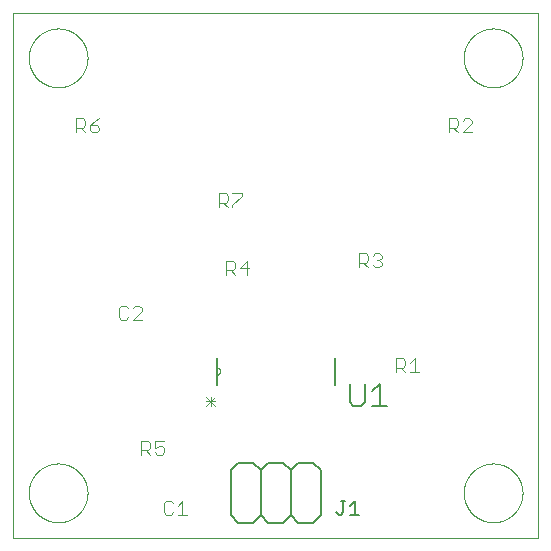
<source format=gto>
G75*
%MOIN*%
%OFA0B0*%
%FSLAX25Y25*%
%IPPOS*%
%LPD*%
%AMOC8*
5,1,8,0,0,1.08239X$1,22.5*
%
%ADD10C,0.00000*%
%ADD11C,0.00400*%
%ADD12C,0.00600*%
%ADD13C,0.00500*%
%ADD14C,0.00300*%
%ADD15C,0.00800*%
D10*
X0001800Y0023933D02*
X0001800Y0198933D01*
X0176800Y0198933D01*
X0176800Y0023933D01*
X0001800Y0023933D01*
X0007000Y0038933D02*
X0007003Y0039174D01*
X0007012Y0039414D01*
X0007027Y0039654D01*
X0007047Y0039894D01*
X0007074Y0040133D01*
X0007106Y0040371D01*
X0007144Y0040608D01*
X0007188Y0040845D01*
X0007238Y0041080D01*
X0007294Y0041314D01*
X0007355Y0041547D01*
X0007422Y0041778D01*
X0007495Y0042007D01*
X0007573Y0042235D01*
X0007657Y0042460D01*
X0007746Y0042683D01*
X0007841Y0042904D01*
X0007941Y0043123D01*
X0008046Y0043339D01*
X0008157Y0043553D01*
X0008273Y0043763D01*
X0008394Y0043971D01*
X0008520Y0044176D01*
X0008652Y0044378D01*
X0008788Y0044576D01*
X0008929Y0044771D01*
X0009074Y0044962D01*
X0009224Y0045150D01*
X0009379Y0045334D01*
X0009539Y0045514D01*
X0009702Y0045690D01*
X0009870Y0045863D01*
X0010043Y0046031D01*
X0010219Y0046194D01*
X0010399Y0046354D01*
X0010583Y0046509D01*
X0010771Y0046659D01*
X0010962Y0046804D01*
X0011157Y0046945D01*
X0011355Y0047081D01*
X0011557Y0047213D01*
X0011762Y0047339D01*
X0011970Y0047460D01*
X0012180Y0047576D01*
X0012394Y0047687D01*
X0012610Y0047792D01*
X0012829Y0047892D01*
X0013050Y0047987D01*
X0013273Y0048076D01*
X0013498Y0048160D01*
X0013726Y0048238D01*
X0013955Y0048311D01*
X0014186Y0048378D01*
X0014419Y0048439D01*
X0014653Y0048495D01*
X0014888Y0048545D01*
X0015125Y0048589D01*
X0015362Y0048627D01*
X0015600Y0048659D01*
X0015839Y0048686D01*
X0016079Y0048706D01*
X0016319Y0048721D01*
X0016559Y0048730D01*
X0016800Y0048733D01*
X0017041Y0048730D01*
X0017281Y0048721D01*
X0017521Y0048706D01*
X0017761Y0048686D01*
X0018000Y0048659D01*
X0018238Y0048627D01*
X0018475Y0048589D01*
X0018712Y0048545D01*
X0018947Y0048495D01*
X0019181Y0048439D01*
X0019414Y0048378D01*
X0019645Y0048311D01*
X0019874Y0048238D01*
X0020102Y0048160D01*
X0020327Y0048076D01*
X0020550Y0047987D01*
X0020771Y0047892D01*
X0020990Y0047792D01*
X0021206Y0047687D01*
X0021420Y0047576D01*
X0021630Y0047460D01*
X0021838Y0047339D01*
X0022043Y0047213D01*
X0022245Y0047081D01*
X0022443Y0046945D01*
X0022638Y0046804D01*
X0022829Y0046659D01*
X0023017Y0046509D01*
X0023201Y0046354D01*
X0023381Y0046194D01*
X0023557Y0046031D01*
X0023730Y0045863D01*
X0023898Y0045690D01*
X0024061Y0045514D01*
X0024221Y0045334D01*
X0024376Y0045150D01*
X0024526Y0044962D01*
X0024671Y0044771D01*
X0024812Y0044576D01*
X0024948Y0044378D01*
X0025080Y0044176D01*
X0025206Y0043971D01*
X0025327Y0043763D01*
X0025443Y0043553D01*
X0025554Y0043339D01*
X0025659Y0043123D01*
X0025759Y0042904D01*
X0025854Y0042683D01*
X0025943Y0042460D01*
X0026027Y0042235D01*
X0026105Y0042007D01*
X0026178Y0041778D01*
X0026245Y0041547D01*
X0026306Y0041314D01*
X0026362Y0041080D01*
X0026412Y0040845D01*
X0026456Y0040608D01*
X0026494Y0040371D01*
X0026526Y0040133D01*
X0026553Y0039894D01*
X0026573Y0039654D01*
X0026588Y0039414D01*
X0026597Y0039174D01*
X0026600Y0038933D01*
X0026597Y0038692D01*
X0026588Y0038452D01*
X0026573Y0038212D01*
X0026553Y0037972D01*
X0026526Y0037733D01*
X0026494Y0037495D01*
X0026456Y0037258D01*
X0026412Y0037021D01*
X0026362Y0036786D01*
X0026306Y0036552D01*
X0026245Y0036319D01*
X0026178Y0036088D01*
X0026105Y0035859D01*
X0026027Y0035631D01*
X0025943Y0035406D01*
X0025854Y0035183D01*
X0025759Y0034962D01*
X0025659Y0034743D01*
X0025554Y0034527D01*
X0025443Y0034313D01*
X0025327Y0034103D01*
X0025206Y0033895D01*
X0025080Y0033690D01*
X0024948Y0033488D01*
X0024812Y0033290D01*
X0024671Y0033095D01*
X0024526Y0032904D01*
X0024376Y0032716D01*
X0024221Y0032532D01*
X0024061Y0032352D01*
X0023898Y0032176D01*
X0023730Y0032003D01*
X0023557Y0031835D01*
X0023381Y0031672D01*
X0023201Y0031512D01*
X0023017Y0031357D01*
X0022829Y0031207D01*
X0022638Y0031062D01*
X0022443Y0030921D01*
X0022245Y0030785D01*
X0022043Y0030653D01*
X0021838Y0030527D01*
X0021630Y0030406D01*
X0021420Y0030290D01*
X0021206Y0030179D01*
X0020990Y0030074D01*
X0020771Y0029974D01*
X0020550Y0029879D01*
X0020327Y0029790D01*
X0020102Y0029706D01*
X0019874Y0029628D01*
X0019645Y0029555D01*
X0019414Y0029488D01*
X0019181Y0029427D01*
X0018947Y0029371D01*
X0018712Y0029321D01*
X0018475Y0029277D01*
X0018238Y0029239D01*
X0018000Y0029207D01*
X0017761Y0029180D01*
X0017521Y0029160D01*
X0017281Y0029145D01*
X0017041Y0029136D01*
X0016800Y0029133D01*
X0016559Y0029136D01*
X0016319Y0029145D01*
X0016079Y0029160D01*
X0015839Y0029180D01*
X0015600Y0029207D01*
X0015362Y0029239D01*
X0015125Y0029277D01*
X0014888Y0029321D01*
X0014653Y0029371D01*
X0014419Y0029427D01*
X0014186Y0029488D01*
X0013955Y0029555D01*
X0013726Y0029628D01*
X0013498Y0029706D01*
X0013273Y0029790D01*
X0013050Y0029879D01*
X0012829Y0029974D01*
X0012610Y0030074D01*
X0012394Y0030179D01*
X0012180Y0030290D01*
X0011970Y0030406D01*
X0011762Y0030527D01*
X0011557Y0030653D01*
X0011355Y0030785D01*
X0011157Y0030921D01*
X0010962Y0031062D01*
X0010771Y0031207D01*
X0010583Y0031357D01*
X0010399Y0031512D01*
X0010219Y0031672D01*
X0010043Y0031835D01*
X0009870Y0032003D01*
X0009702Y0032176D01*
X0009539Y0032352D01*
X0009379Y0032532D01*
X0009224Y0032716D01*
X0009074Y0032904D01*
X0008929Y0033095D01*
X0008788Y0033290D01*
X0008652Y0033488D01*
X0008520Y0033690D01*
X0008394Y0033895D01*
X0008273Y0034103D01*
X0008157Y0034313D01*
X0008046Y0034527D01*
X0007941Y0034743D01*
X0007841Y0034962D01*
X0007746Y0035183D01*
X0007657Y0035406D01*
X0007573Y0035631D01*
X0007495Y0035859D01*
X0007422Y0036088D01*
X0007355Y0036319D01*
X0007294Y0036552D01*
X0007238Y0036786D01*
X0007188Y0037021D01*
X0007144Y0037258D01*
X0007106Y0037495D01*
X0007074Y0037733D01*
X0007047Y0037972D01*
X0007027Y0038212D01*
X0007012Y0038452D01*
X0007003Y0038692D01*
X0007000Y0038933D01*
X0069600Y0078333D02*
X0069669Y0078335D01*
X0069737Y0078341D01*
X0069805Y0078351D01*
X0069872Y0078364D01*
X0069938Y0078382D01*
X0070003Y0078403D01*
X0070067Y0078428D01*
X0070129Y0078456D01*
X0070190Y0078488D01*
X0070249Y0078523D01*
X0070305Y0078562D01*
X0070360Y0078604D01*
X0070411Y0078649D01*
X0070461Y0078697D01*
X0070507Y0078747D01*
X0070550Y0078800D01*
X0070591Y0078856D01*
X0070628Y0078913D01*
X0070661Y0078973D01*
X0070692Y0079035D01*
X0070718Y0079098D01*
X0070741Y0079162D01*
X0070761Y0079228D01*
X0070776Y0079295D01*
X0070788Y0079362D01*
X0070796Y0079430D01*
X0070800Y0079499D01*
X0070800Y0079567D01*
X0070796Y0079636D01*
X0070788Y0079704D01*
X0070776Y0079771D01*
X0070761Y0079838D01*
X0070741Y0079904D01*
X0070718Y0079968D01*
X0070692Y0080031D01*
X0070661Y0080093D01*
X0070628Y0080153D01*
X0070591Y0080210D01*
X0070550Y0080266D01*
X0070507Y0080319D01*
X0070461Y0080369D01*
X0070411Y0080417D01*
X0070360Y0080462D01*
X0070305Y0080504D01*
X0070249Y0080543D01*
X0070190Y0080578D01*
X0070129Y0080610D01*
X0070067Y0080638D01*
X0070003Y0080663D01*
X0069938Y0080684D01*
X0069872Y0080702D01*
X0069805Y0080715D01*
X0069737Y0080725D01*
X0069669Y0080731D01*
X0069600Y0080733D01*
X0152000Y0038933D02*
X0152003Y0039174D01*
X0152012Y0039414D01*
X0152027Y0039654D01*
X0152047Y0039894D01*
X0152074Y0040133D01*
X0152106Y0040371D01*
X0152144Y0040608D01*
X0152188Y0040845D01*
X0152238Y0041080D01*
X0152294Y0041314D01*
X0152355Y0041547D01*
X0152422Y0041778D01*
X0152495Y0042007D01*
X0152573Y0042235D01*
X0152657Y0042460D01*
X0152746Y0042683D01*
X0152841Y0042904D01*
X0152941Y0043123D01*
X0153046Y0043339D01*
X0153157Y0043553D01*
X0153273Y0043763D01*
X0153394Y0043971D01*
X0153520Y0044176D01*
X0153652Y0044378D01*
X0153788Y0044576D01*
X0153929Y0044771D01*
X0154074Y0044962D01*
X0154224Y0045150D01*
X0154379Y0045334D01*
X0154539Y0045514D01*
X0154702Y0045690D01*
X0154870Y0045863D01*
X0155043Y0046031D01*
X0155219Y0046194D01*
X0155399Y0046354D01*
X0155583Y0046509D01*
X0155771Y0046659D01*
X0155962Y0046804D01*
X0156157Y0046945D01*
X0156355Y0047081D01*
X0156557Y0047213D01*
X0156762Y0047339D01*
X0156970Y0047460D01*
X0157180Y0047576D01*
X0157394Y0047687D01*
X0157610Y0047792D01*
X0157829Y0047892D01*
X0158050Y0047987D01*
X0158273Y0048076D01*
X0158498Y0048160D01*
X0158726Y0048238D01*
X0158955Y0048311D01*
X0159186Y0048378D01*
X0159419Y0048439D01*
X0159653Y0048495D01*
X0159888Y0048545D01*
X0160125Y0048589D01*
X0160362Y0048627D01*
X0160600Y0048659D01*
X0160839Y0048686D01*
X0161079Y0048706D01*
X0161319Y0048721D01*
X0161559Y0048730D01*
X0161800Y0048733D01*
X0162041Y0048730D01*
X0162281Y0048721D01*
X0162521Y0048706D01*
X0162761Y0048686D01*
X0163000Y0048659D01*
X0163238Y0048627D01*
X0163475Y0048589D01*
X0163712Y0048545D01*
X0163947Y0048495D01*
X0164181Y0048439D01*
X0164414Y0048378D01*
X0164645Y0048311D01*
X0164874Y0048238D01*
X0165102Y0048160D01*
X0165327Y0048076D01*
X0165550Y0047987D01*
X0165771Y0047892D01*
X0165990Y0047792D01*
X0166206Y0047687D01*
X0166420Y0047576D01*
X0166630Y0047460D01*
X0166838Y0047339D01*
X0167043Y0047213D01*
X0167245Y0047081D01*
X0167443Y0046945D01*
X0167638Y0046804D01*
X0167829Y0046659D01*
X0168017Y0046509D01*
X0168201Y0046354D01*
X0168381Y0046194D01*
X0168557Y0046031D01*
X0168730Y0045863D01*
X0168898Y0045690D01*
X0169061Y0045514D01*
X0169221Y0045334D01*
X0169376Y0045150D01*
X0169526Y0044962D01*
X0169671Y0044771D01*
X0169812Y0044576D01*
X0169948Y0044378D01*
X0170080Y0044176D01*
X0170206Y0043971D01*
X0170327Y0043763D01*
X0170443Y0043553D01*
X0170554Y0043339D01*
X0170659Y0043123D01*
X0170759Y0042904D01*
X0170854Y0042683D01*
X0170943Y0042460D01*
X0171027Y0042235D01*
X0171105Y0042007D01*
X0171178Y0041778D01*
X0171245Y0041547D01*
X0171306Y0041314D01*
X0171362Y0041080D01*
X0171412Y0040845D01*
X0171456Y0040608D01*
X0171494Y0040371D01*
X0171526Y0040133D01*
X0171553Y0039894D01*
X0171573Y0039654D01*
X0171588Y0039414D01*
X0171597Y0039174D01*
X0171600Y0038933D01*
X0171597Y0038692D01*
X0171588Y0038452D01*
X0171573Y0038212D01*
X0171553Y0037972D01*
X0171526Y0037733D01*
X0171494Y0037495D01*
X0171456Y0037258D01*
X0171412Y0037021D01*
X0171362Y0036786D01*
X0171306Y0036552D01*
X0171245Y0036319D01*
X0171178Y0036088D01*
X0171105Y0035859D01*
X0171027Y0035631D01*
X0170943Y0035406D01*
X0170854Y0035183D01*
X0170759Y0034962D01*
X0170659Y0034743D01*
X0170554Y0034527D01*
X0170443Y0034313D01*
X0170327Y0034103D01*
X0170206Y0033895D01*
X0170080Y0033690D01*
X0169948Y0033488D01*
X0169812Y0033290D01*
X0169671Y0033095D01*
X0169526Y0032904D01*
X0169376Y0032716D01*
X0169221Y0032532D01*
X0169061Y0032352D01*
X0168898Y0032176D01*
X0168730Y0032003D01*
X0168557Y0031835D01*
X0168381Y0031672D01*
X0168201Y0031512D01*
X0168017Y0031357D01*
X0167829Y0031207D01*
X0167638Y0031062D01*
X0167443Y0030921D01*
X0167245Y0030785D01*
X0167043Y0030653D01*
X0166838Y0030527D01*
X0166630Y0030406D01*
X0166420Y0030290D01*
X0166206Y0030179D01*
X0165990Y0030074D01*
X0165771Y0029974D01*
X0165550Y0029879D01*
X0165327Y0029790D01*
X0165102Y0029706D01*
X0164874Y0029628D01*
X0164645Y0029555D01*
X0164414Y0029488D01*
X0164181Y0029427D01*
X0163947Y0029371D01*
X0163712Y0029321D01*
X0163475Y0029277D01*
X0163238Y0029239D01*
X0163000Y0029207D01*
X0162761Y0029180D01*
X0162521Y0029160D01*
X0162281Y0029145D01*
X0162041Y0029136D01*
X0161800Y0029133D01*
X0161559Y0029136D01*
X0161319Y0029145D01*
X0161079Y0029160D01*
X0160839Y0029180D01*
X0160600Y0029207D01*
X0160362Y0029239D01*
X0160125Y0029277D01*
X0159888Y0029321D01*
X0159653Y0029371D01*
X0159419Y0029427D01*
X0159186Y0029488D01*
X0158955Y0029555D01*
X0158726Y0029628D01*
X0158498Y0029706D01*
X0158273Y0029790D01*
X0158050Y0029879D01*
X0157829Y0029974D01*
X0157610Y0030074D01*
X0157394Y0030179D01*
X0157180Y0030290D01*
X0156970Y0030406D01*
X0156762Y0030527D01*
X0156557Y0030653D01*
X0156355Y0030785D01*
X0156157Y0030921D01*
X0155962Y0031062D01*
X0155771Y0031207D01*
X0155583Y0031357D01*
X0155399Y0031512D01*
X0155219Y0031672D01*
X0155043Y0031835D01*
X0154870Y0032003D01*
X0154702Y0032176D01*
X0154539Y0032352D01*
X0154379Y0032532D01*
X0154224Y0032716D01*
X0154074Y0032904D01*
X0153929Y0033095D01*
X0153788Y0033290D01*
X0153652Y0033488D01*
X0153520Y0033690D01*
X0153394Y0033895D01*
X0153273Y0034103D01*
X0153157Y0034313D01*
X0153046Y0034527D01*
X0152941Y0034743D01*
X0152841Y0034962D01*
X0152746Y0035183D01*
X0152657Y0035406D01*
X0152573Y0035631D01*
X0152495Y0035859D01*
X0152422Y0036088D01*
X0152355Y0036319D01*
X0152294Y0036552D01*
X0152238Y0036786D01*
X0152188Y0037021D01*
X0152144Y0037258D01*
X0152106Y0037495D01*
X0152074Y0037733D01*
X0152047Y0037972D01*
X0152027Y0038212D01*
X0152012Y0038452D01*
X0152003Y0038692D01*
X0152000Y0038933D01*
X0152000Y0183933D02*
X0152003Y0184174D01*
X0152012Y0184414D01*
X0152027Y0184654D01*
X0152047Y0184894D01*
X0152074Y0185133D01*
X0152106Y0185371D01*
X0152144Y0185608D01*
X0152188Y0185845D01*
X0152238Y0186080D01*
X0152294Y0186314D01*
X0152355Y0186547D01*
X0152422Y0186778D01*
X0152495Y0187007D01*
X0152573Y0187235D01*
X0152657Y0187460D01*
X0152746Y0187683D01*
X0152841Y0187904D01*
X0152941Y0188123D01*
X0153046Y0188339D01*
X0153157Y0188553D01*
X0153273Y0188763D01*
X0153394Y0188971D01*
X0153520Y0189176D01*
X0153652Y0189378D01*
X0153788Y0189576D01*
X0153929Y0189771D01*
X0154074Y0189962D01*
X0154224Y0190150D01*
X0154379Y0190334D01*
X0154539Y0190514D01*
X0154702Y0190690D01*
X0154870Y0190863D01*
X0155043Y0191031D01*
X0155219Y0191194D01*
X0155399Y0191354D01*
X0155583Y0191509D01*
X0155771Y0191659D01*
X0155962Y0191804D01*
X0156157Y0191945D01*
X0156355Y0192081D01*
X0156557Y0192213D01*
X0156762Y0192339D01*
X0156970Y0192460D01*
X0157180Y0192576D01*
X0157394Y0192687D01*
X0157610Y0192792D01*
X0157829Y0192892D01*
X0158050Y0192987D01*
X0158273Y0193076D01*
X0158498Y0193160D01*
X0158726Y0193238D01*
X0158955Y0193311D01*
X0159186Y0193378D01*
X0159419Y0193439D01*
X0159653Y0193495D01*
X0159888Y0193545D01*
X0160125Y0193589D01*
X0160362Y0193627D01*
X0160600Y0193659D01*
X0160839Y0193686D01*
X0161079Y0193706D01*
X0161319Y0193721D01*
X0161559Y0193730D01*
X0161800Y0193733D01*
X0162041Y0193730D01*
X0162281Y0193721D01*
X0162521Y0193706D01*
X0162761Y0193686D01*
X0163000Y0193659D01*
X0163238Y0193627D01*
X0163475Y0193589D01*
X0163712Y0193545D01*
X0163947Y0193495D01*
X0164181Y0193439D01*
X0164414Y0193378D01*
X0164645Y0193311D01*
X0164874Y0193238D01*
X0165102Y0193160D01*
X0165327Y0193076D01*
X0165550Y0192987D01*
X0165771Y0192892D01*
X0165990Y0192792D01*
X0166206Y0192687D01*
X0166420Y0192576D01*
X0166630Y0192460D01*
X0166838Y0192339D01*
X0167043Y0192213D01*
X0167245Y0192081D01*
X0167443Y0191945D01*
X0167638Y0191804D01*
X0167829Y0191659D01*
X0168017Y0191509D01*
X0168201Y0191354D01*
X0168381Y0191194D01*
X0168557Y0191031D01*
X0168730Y0190863D01*
X0168898Y0190690D01*
X0169061Y0190514D01*
X0169221Y0190334D01*
X0169376Y0190150D01*
X0169526Y0189962D01*
X0169671Y0189771D01*
X0169812Y0189576D01*
X0169948Y0189378D01*
X0170080Y0189176D01*
X0170206Y0188971D01*
X0170327Y0188763D01*
X0170443Y0188553D01*
X0170554Y0188339D01*
X0170659Y0188123D01*
X0170759Y0187904D01*
X0170854Y0187683D01*
X0170943Y0187460D01*
X0171027Y0187235D01*
X0171105Y0187007D01*
X0171178Y0186778D01*
X0171245Y0186547D01*
X0171306Y0186314D01*
X0171362Y0186080D01*
X0171412Y0185845D01*
X0171456Y0185608D01*
X0171494Y0185371D01*
X0171526Y0185133D01*
X0171553Y0184894D01*
X0171573Y0184654D01*
X0171588Y0184414D01*
X0171597Y0184174D01*
X0171600Y0183933D01*
X0171597Y0183692D01*
X0171588Y0183452D01*
X0171573Y0183212D01*
X0171553Y0182972D01*
X0171526Y0182733D01*
X0171494Y0182495D01*
X0171456Y0182258D01*
X0171412Y0182021D01*
X0171362Y0181786D01*
X0171306Y0181552D01*
X0171245Y0181319D01*
X0171178Y0181088D01*
X0171105Y0180859D01*
X0171027Y0180631D01*
X0170943Y0180406D01*
X0170854Y0180183D01*
X0170759Y0179962D01*
X0170659Y0179743D01*
X0170554Y0179527D01*
X0170443Y0179313D01*
X0170327Y0179103D01*
X0170206Y0178895D01*
X0170080Y0178690D01*
X0169948Y0178488D01*
X0169812Y0178290D01*
X0169671Y0178095D01*
X0169526Y0177904D01*
X0169376Y0177716D01*
X0169221Y0177532D01*
X0169061Y0177352D01*
X0168898Y0177176D01*
X0168730Y0177003D01*
X0168557Y0176835D01*
X0168381Y0176672D01*
X0168201Y0176512D01*
X0168017Y0176357D01*
X0167829Y0176207D01*
X0167638Y0176062D01*
X0167443Y0175921D01*
X0167245Y0175785D01*
X0167043Y0175653D01*
X0166838Y0175527D01*
X0166630Y0175406D01*
X0166420Y0175290D01*
X0166206Y0175179D01*
X0165990Y0175074D01*
X0165771Y0174974D01*
X0165550Y0174879D01*
X0165327Y0174790D01*
X0165102Y0174706D01*
X0164874Y0174628D01*
X0164645Y0174555D01*
X0164414Y0174488D01*
X0164181Y0174427D01*
X0163947Y0174371D01*
X0163712Y0174321D01*
X0163475Y0174277D01*
X0163238Y0174239D01*
X0163000Y0174207D01*
X0162761Y0174180D01*
X0162521Y0174160D01*
X0162281Y0174145D01*
X0162041Y0174136D01*
X0161800Y0174133D01*
X0161559Y0174136D01*
X0161319Y0174145D01*
X0161079Y0174160D01*
X0160839Y0174180D01*
X0160600Y0174207D01*
X0160362Y0174239D01*
X0160125Y0174277D01*
X0159888Y0174321D01*
X0159653Y0174371D01*
X0159419Y0174427D01*
X0159186Y0174488D01*
X0158955Y0174555D01*
X0158726Y0174628D01*
X0158498Y0174706D01*
X0158273Y0174790D01*
X0158050Y0174879D01*
X0157829Y0174974D01*
X0157610Y0175074D01*
X0157394Y0175179D01*
X0157180Y0175290D01*
X0156970Y0175406D01*
X0156762Y0175527D01*
X0156557Y0175653D01*
X0156355Y0175785D01*
X0156157Y0175921D01*
X0155962Y0176062D01*
X0155771Y0176207D01*
X0155583Y0176357D01*
X0155399Y0176512D01*
X0155219Y0176672D01*
X0155043Y0176835D01*
X0154870Y0177003D01*
X0154702Y0177176D01*
X0154539Y0177352D01*
X0154379Y0177532D01*
X0154224Y0177716D01*
X0154074Y0177904D01*
X0153929Y0178095D01*
X0153788Y0178290D01*
X0153652Y0178488D01*
X0153520Y0178690D01*
X0153394Y0178895D01*
X0153273Y0179103D01*
X0153157Y0179313D01*
X0153046Y0179527D01*
X0152941Y0179743D01*
X0152841Y0179962D01*
X0152746Y0180183D01*
X0152657Y0180406D01*
X0152573Y0180631D01*
X0152495Y0180859D01*
X0152422Y0181088D01*
X0152355Y0181319D01*
X0152294Y0181552D01*
X0152238Y0181786D01*
X0152188Y0182021D01*
X0152144Y0182258D01*
X0152106Y0182495D01*
X0152074Y0182733D01*
X0152047Y0182972D01*
X0152027Y0183212D01*
X0152012Y0183452D01*
X0152003Y0183692D01*
X0152000Y0183933D01*
X0007000Y0183933D02*
X0007003Y0184174D01*
X0007012Y0184414D01*
X0007027Y0184654D01*
X0007047Y0184894D01*
X0007074Y0185133D01*
X0007106Y0185371D01*
X0007144Y0185608D01*
X0007188Y0185845D01*
X0007238Y0186080D01*
X0007294Y0186314D01*
X0007355Y0186547D01*
X0007422Y0186778D01*
X0007495Y0187007D01*
X0007573Y0187235D01*
X0007657Y0187460D01*
X0007746Y0187683D01*
X0007841Y0187904D01*
X0007941Y0188123D01*
X0008046Y0188339D01*
X0008157Y0188553D01*
X0008273Y0188763D01*
X0008394Y0188971D01*
X0008520Y0189176D01*
X0008652Y0189378D01*
X0008788Y0189576D01*
X0008929Y0189771D01*
X0009074Y0189962D01*
X0009224Y0190150D01*
X0009379Y0190334D01*
X0009539Y0190514D01*
X0009702Y0190690D01*
X0009870Y0190863D01*
X0010043Y0191031D01*
X0010219Y0191194D01*
X0010399Y0191354D01*
X0010583Y0191509D01*
X0010771Y0191659D01*
X0010962Y0191804D01*
X0011157Y0191945D01*
X0011355Y0192081D01*
X0011557Y0192213D01*
X0011762Y0192339D01*
X0011970Y0192460D01*
X0012180Y0192576D01*
X0012394Y0192687D01*
X0012610Y0192792D01*
X0012829Y0192892D01*
X0013050Y0192987D01*
X0013273Y0193076D01*
X0013498Y0193160D01*
X0013726Y0193238D01*
X0013955Y0193311D01*
X0014186Y0193378D01*
X0014419Y0193439D01*
X0014653Y0193495D01*
X0014888Y0193545D01*
X0015125Y0193589D01*
X0015362Y0193627D01*
X0015600Y0193659D01*
X0015839Y0193686D01*
X0016079Y0193706D01*
X0016319Y0193721D01*
X0016559Y0193730D01*
X0016800Y0193733D01*
X0017041Y0193730D01*
X0017281Y0193721D01*
X0017521Y0193706D01*
X0017761Y0193686D01*
X0018000Y0193659D01*
X0018238Y0193627D01*
X0018475Y0193589D01*
X0018712Y0193545D01*
X0018947Y0193495D01*
X0019181Y0193439D01*
X0019414Y0193378D01*
X0019645Y0193311D01*
X0019874Y0193238D01*
X0020102Y0193160D01*
X0020327Y0193076D01*
X0020550Y0192987D01*
X0020771Y0192892D01*
X0020990Y0192792D01*
X0021206Y0192687D01*
X0021420Y0192576D01*
X0021630Y0192460D01*
X0021838Y0192339D01*
X0022043Y0192213D01*
X0022245Y0192081D01*
X0022443Y0191945D01*
X0022638Y0191804D01*
X0022829Y0191659D01*
X0023017Y0191509D01*
X0023201Y0191354D01*
X0023381Y0191194D01*
X0023557Y0191031D01*
X0023730Y0190863D01*
X0023898Y0190690D01*
X0024061Y0190514D01*
X0024221Y0190334D01*
X0024376Y0190150D01*
X0024526Y0189962D01*
X0024671Y0189771D01*
X0024812Y0189576D01*
X0024948Y0189378D01*
X0025080Y0189176D01*
X0025206Y0188971D01*
X0025327Y0188763D01*
X0025443Y0188553D01*
X0025554Y0188339D01*
X0025659Y0188123D01*
X0025759Y0187904D01*
X0025854Y0187683D01*
X0025943Y0187460D01*
X0026027Y0187235D01*
X0026105Y0187007D01*
X0026178Y0186778D01*
X0026245Y0186547D01*
X0026306Y0186314D01*
X0026362Y0186080D01*
X0026412Y0185845D01*
X0026456Y0185608D01*
X0026494Y0185371D01*
X0026526Y0185133D01*
X0026553Y0184894D01*
X0026573Y0184654D01*
X0026588Y0184414D01*
X0026597Y0184174D01*
X0026600Y0183933D01*
X0026597Y0183692D01*
X0026588Y0183452D01*
X0026573Y0183212D01*
X0026553Y0182972D01*
X0026526Y0182733D01*
X0026494Y0182495D01*
X0026456Y0182258D01*
X0026412Y0182021D01*
X0026362Y0181786D01*
X0026306Y0181552D01*
X0026245Y0181319D01*
X0026178Y0181088D01*
X0026105Y0180859D01*
X0026027Y0180631D01*
X0025943Y0180406D01*
X0025854Y0180183D01*
X0025759Y0179962D01*
X0025659Y0179743D01*
X0025554Y0179527D01*
X0025443Y0179313D01*
X0025327Y0179103D01*
X0025206Y0178895D01*
X0025080Y0178690D01*
X0024948Y0178488D01*
X0024812Y0178290D01*
X0024671Y0178095D01*
X0024526Y0177904D01*
X0024376Y0177716D01*
X0024221Y0177532D01*
X0024061Y0177352D01*
X0023898Y0177176D01*
X0023730Y0177003D01*
X0023557Y0176835D01*
X0023381Y0176672D01*
X0023201Y0176512D01*
X0023017Y0176357D01*
X0022829Y0176207D01*
X0022638Y0176062D01*
X0022443Y0175921D01*
X0022245Y0175785D01*
X0022043Y0175653D01*
X0021838Y0175527D01*
X0021630Y0175406D01*
X0021420Y0175290D01*
X0021206Y0175179D01*
X0020990Y0175074D01*
X0020771Y0174974D01*
X0020550Y0174879D01*
X0020327Y0174790D01*
X0020102Y0174706D01*
X0019874Y0174628D01*
X0019645Y0174555D01*
X0019414Y0174488D01*
X0019181Y0174427D01*
X0018947Y0174371D01*
X0018712Y0174321D01*
X0018475Y0174277D01*
X0018238Y0174239D01*
X0018000Y0174207D01*
X0017761Y0174180D01*
X0017521Y0174160D01*
X0017281Y0174145D01*
X0017041Y0174136D01*
X0016800Y0174133D01*
X0016559Y0174136D01*
X0016319Y0174145D01*
X0016079Y0174160D01*
X0015839Y0174180D01*
X0015600Y0174207D01*
X0015362Y0174239D01*
X0015125Y0174277D01*
X0014888Y0174321D01*
X0014653Y0174371D01*
X0014419Y0174427D01*
X0014186Y0174488D01*
X0013955Y0174555D01*
X0013726Y0174628D01*
X0013498Y0174706D01*
X0013273Y0174790D01*
X0013050Y0174879D01*
X0012829Y0174974D01*
X0012610Y0175074D01*
X0012394Y0175179D01*
X0012180Y0175290D01*
X0011970Y0175406D01*
X0011762Y0175527D01*
X0011557Y0175653D01*
X0011355Y0175785D01*
X0011157Y0175921D01*
X0010962Y0176062D01*
X0010771Y0176207D01*
X0010583Y0176357D01*
X0010399Y0176512D01*
X0010219Y0176672D01*
X0010043Y0176835D01*
X0009870Y0177003D01*
X0009702Y0177176D01*
X0009539Y0177352D01*
X0009379Y0177532D01*
X0009224Y0177716D01*
X0009074Y0177904D01*
X0008929Y0178095D01*
X0008788Y0178290D01*
X0008652Y0178488D01*
X0008520Y0178690D01*
X0008394Y0178895D01*
X0008273Y0179103D01*
X0008157Y0179313D01*
X0008046Y0179527D01*
X0007941Y0179743D01*
X0007841Y0179962D01*
X0007746Y0180183D01*
X0007657Y0180406D01*
X0007573Y0180631D01*
X0007495Y0180859D01*
X0007422Y0181088D01*
X0007355Y0181319D01*
X0007294Y0181552D01*
X0007238Y0181786D01*
X0007188Y0182021D01*
X0007144Y0182258D01*
X0007106Y0182495D01*
X0007074Y0182733D01*
X0007047Y0182972D01*
X0007027Y0183212D01*
X0007012Y0183452D01*
X0007003Y0183692D01*
X0007000Y0183933D01*
D11*
X0022792Y0163737D02*
X0025094Y0163737D01*
X0025861Y0162970D01*
X0025861Y0161435D01*
X0025094Y0160668D01*
X0022792Y0160668D01*
X0024327Y0160668D02*
X0025861Y0159133D01*
X0027396Y0159900D02*
X0027396Y0161435D01*
X0029698Y0161435D01*
X0030465Y0160668D01*
X0030465Y0159900D01*
X0029698Y0159133D01*
X0028163Y0159133D01*
X0027396Y0159900D01*
X0027396Y0161435D02*
X0028931Y0162970D01*
X0030465Y0163737D01*
X0022792Y0163737D02*
X0022792Y0159133D01*
X0070292Y0138737D02*
X0070292Y0134133D01*
X0070292Y0135668D02*
X0072594Y0135668D01*
X0073361Y0136435D01*
X0073361Y0137970D01*
X0072594Y0138737D01*
X0070292Y0138737D01*
X0071827Y0135668D02*
X0073361Y0134133D01*
X0074896Y0134133D02*
X0074896Y0134900D01*
X0077965Y0137970D01*
X0077965Y0138737D01*
X0074896Y0138737D01*
X0075094Y0116237D02*
X0072792Y0116237D01*
X0072792Y0111633D01*
X0072792Y0113168D02*
X0075094Y0113168D01*
X0075861Y0113935D01*
X0075861Y0115470D01*
X0075094Y0116237D01*
X0074327Y0113168D02*
X0075861Y0111633D01*
X0077396Y0113935D02*
X0080465Y0113935D01*
X0079698Y0111633D02*
X0079698Y0116237D01*
X0077396Y0113935D01*
X0044673Y0100470D02*
X0044673Y0099702D01*
X0041604Y0096633D01*
X0044673Y0096633D01*
X0044673Y0100470D02*
X0043906Y0101237D01*
X0042371Y0101237D01*
X0041604Y0100470D01*
X0040069Y0100470D02*
X0039302Y0101237D01*
X0037767Y0101237D01*
X0037000Y0100470D01*
X0037000Y0097400D01*
X0037767Y0096633D01*
X0039302Y0096633D01*
X0040069Y0097400D01*
X0044500Y0056237D02*
X0046802Y0056237D01*
X0047569Y0055470D01*
X0047569Y0053935D01*
X0046802Y0053168D01*
X0044500Y0053168D01*
X0046035Y0053168D02*
X0047569Y0051633D01*
X0049104Y0052400D02*
X0049871Y0051633D01*
X0051406Y0051633D01*
X0052173Y0052400D01*
X0052173Y0053935D01*
X0051406Y0054702D01*
X0050639Y0054702D01*
X0049104Y0053935D01*
X0049104Y0056237D01*
X0052173Y0056237D01*
X0044500Y0056237D02*
X0044500Y0051633D01*
X0052767Y0036237D02*
X0052000Y0035470D01*
X0052000Y0032400D01*
X0052767Y0031633D01*
X0054302Y0031633D01*
X0055069Y0032400D01*
X0056604Y0031633D02*
X0059673Y0031633D01*
X0058139Y0031633D02*
X0058139Y0036237D01*
X0056604Y0034702D01*
X0055069Y0035470D02*
X0054302Y0036237D01*
X0052767Y0036237D01*
X0129500Y0079133D02*
X0129500Y0083737D01*
X0131802Y0083737D01*
X0132569Y0082970D01*
X0132569Y0081435D01*
X0131802Y0080668D01*
X0129500Y0080668D01*
X0131035Y0080668D02*
X0132569Y0079133D01*
X0134104Y0079133D02*
X0137173Y0079133D01*
X0135639Y0079133D02*
X0135639Y0083737D01*
X0134104Y0082202D01*
X0123906Y0114133D02*
X0122371Y0114133D01*
X0121604Y0114900D01*
X0120069Y0114133D02*
X0118535Y0115668D01*
X0119302Y0115668D02*
X0117000Y0115668D01*
X0117000Y0114133D02*
X0117000Y0118737D01*
X0119302Y0118737D01*
X0120069Y0117970D01*
X0120069Y0116435D01*
X0119302Y0115668D01*
X0121604Y0117970D02*
X0122371Y0118737D01*
X0123906Y0118737D01*
X0124673Y0117970D01*
X0124673Y0117202D01*
X0123906Y0116435D01*
X0124673Y0115668D01*
X0124673Y0114900D01*
X0123906Y0114133D01*
X0123906Y0116435D02*
X0123139Y0116435D01*
X0147000Y0159133D02*
X0147000Y0163737D01*
X0149302Y0163737D01*
X0150069Y0162970D01*
X0150069Y0161435D01*
X0149302Y0160668D01*
X0147000Y0160668D01*
X0148535Y0160668D02*
X0150069Y0159133D01*
X0151604Y0159133D02*
X0154673Y0162202D01*
X0154673Y0162970D01*
X0153906Y0163737D01*
X0152371Y0163737D01*
X0151604Y0162970D01*
X0151604Y0159133D02*
X0154673Y0159133D01*
D12*
X0109000Y0084033D02*
X0109000Y0074933D01*
X0101800Y0048933D02*
X0096800Y0048933D01*
X0094300Y0046433D01*
X0094300Y0031433D01*
X0096800Y0028933D01*
X0101800Y0028933D01*
X0104300Y0031433D01*
X0104300Y0046433D01*
X0101800Y0048933D01*
X0094300Y0046433D02*
X0091800Y0048933D01*
X0086800Y0048933D01*
X0084300Y0046433D01*
X0084300Y0031433D01*
X0086800Y0028933D01*
X0091800Y0028933D01*
X0094300Y0031433D01*
X0084300Y0031433D02*
X0081800Y0028933D01*
X0076800Y0028933D01*
X0074300Y0031433D01*
X0074300Y0046433D01*
X0076800Y0048933D01*
X0081800Y0048933D01*
X0084300Y0046433D01*
X0069600Y0074933D02*
X0069600Y0078333D01*
X0069600Y0080733D01*
X0069600Y0084033D01*
D13*
X0111051Y0036187D02*
X0112553Y0036187D01*
X0111802Y0036187D02*
X0111802Y0032434D01*
X0111051Y0031683D01*
X0110301Y0031683D01*
X0109550Y0032434D01*
X0114154Y0031683D02*
X0117156Y0031683D01*
X0115655Y0031683D02*
X0115655Y0036187D01*
X0114154Y0034686D01*
D14*
X0069166Y0067883D02*
X0066030Y0071019D01*
X0066030Y0069451D02*
X0069166Y0069451D01*
X0069166Y0071019D02*
X0066030Y0067883D01*
X0067598Y0067883D02*
X0067598Y0071019D01*
D15*
X0114000Y0069167D02*
X0115234Y0067933D01*
X0117703Y0067933D01*
X0118938Y0069167D01*
X0118938Y0075339D01*
X0121550Y0072871D02*
X0124019Y0075339D01*
X0124019Y0067933D01*
X0121550Y0067933D02*
X0126488Y0067933D01*
X0114000Y0069167D02*
X0114000Y0075339D01*
M02*

</source>
